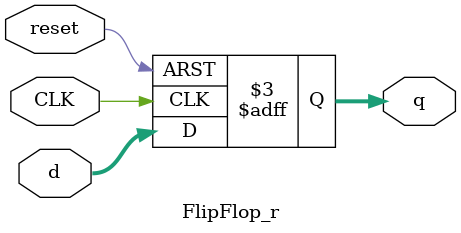
<source format=v>
`timescale 1ns / 1ps
module FlipFlop_r#(parameter WIDTH = 8)
	(input CLK,
    input reset,
    input [WIDTH-1:0] d,
    output reg [WIDTH-1:0] q
    );
	 
	 initial begin
		q = -4;
	 end
	 
	 always @(posedge CLK, posedge reset)
		begin
			if(reset)
				q <= 0;
			else
				q <= d;
		end


endmodule

</source>
